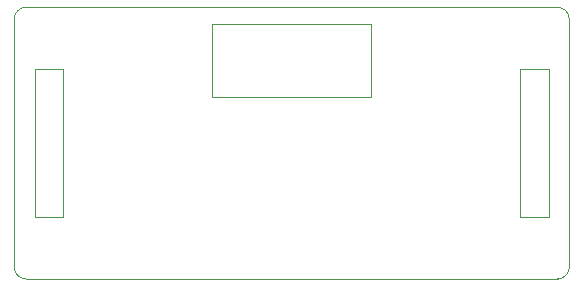
<source format=gko>
G04 #@! TF.FileFunction,Profile,NP*
%FSLAX46Y46*%
G04 Gerber Fmt 4.6, Leading zero omitted, Abs format (unit mm)*
G04 Created by KiCad (PCBNEW (2016-03-06 BZR 6610)-product) date 2016 April 20, Wednesday 18:42:29*
%MOMM*%
G01*
G04 APERTURE LIST*
%ADD10C,0.100000*%
%ADD11C,0.050000*%
G04 APERTURE END LIST*
D10*
D11*
X126500000Y-110500000D02*
G75*
G03X127500000Y-111500000I1000000J0D01*
G01*
X172500000Y-111500000D02*
G75*
G03X173500000Y-110500000I0J1000000D01*
G01*
X173500000Y-89500000D02*
G75*
G03X172500000Y-88500000I-1000000J0D01*
G01*
X127500000Y-88500000D02*
G75*
G03X126500000Y-89500000I0J-1000000D01*
G01*
X172500000Y-88500000D02*
X127500000Y-88500000D01*
X173500000Y-110500000D02*
X173500000Y-89500000D01*
X127500000Y-111500000D02*
X172500000Y-111500000D01*
X126500000Y-89500000D02*
X126500000Y-110500000D01*
X156750000Y-89960000D02*
X143250000Y-89960000D01*
X156750000Y-96080000D02*
X156750000Y-89960000D01*
X143250000Y-96080000D02*
X156750000Y-96080000D01*
X143250000Y-89960000D02*
X143250000Y-96080000D01*
X171765000Y-93700000D02*
X169365000Y-93700000D01*
X171765000Y-106300000D02*
X171765000Y-93700000D01*
X169365000Y-106300000D02*
X171765000Y-106300000D01*
X169365000Y-93700000D02*
X169365000Y-106300000D01*
X130635000Y-93700000D02*
X128235000Y-93700000D01*
X130635000Y-106300000D02*
X130635000Y-93700000D01*
X128235000Y-106300000D02*
X130635000Y-106300000D01*
X128235000Y-93700000D02*
X128235000Y-106300000D01*
M02*

</source>
